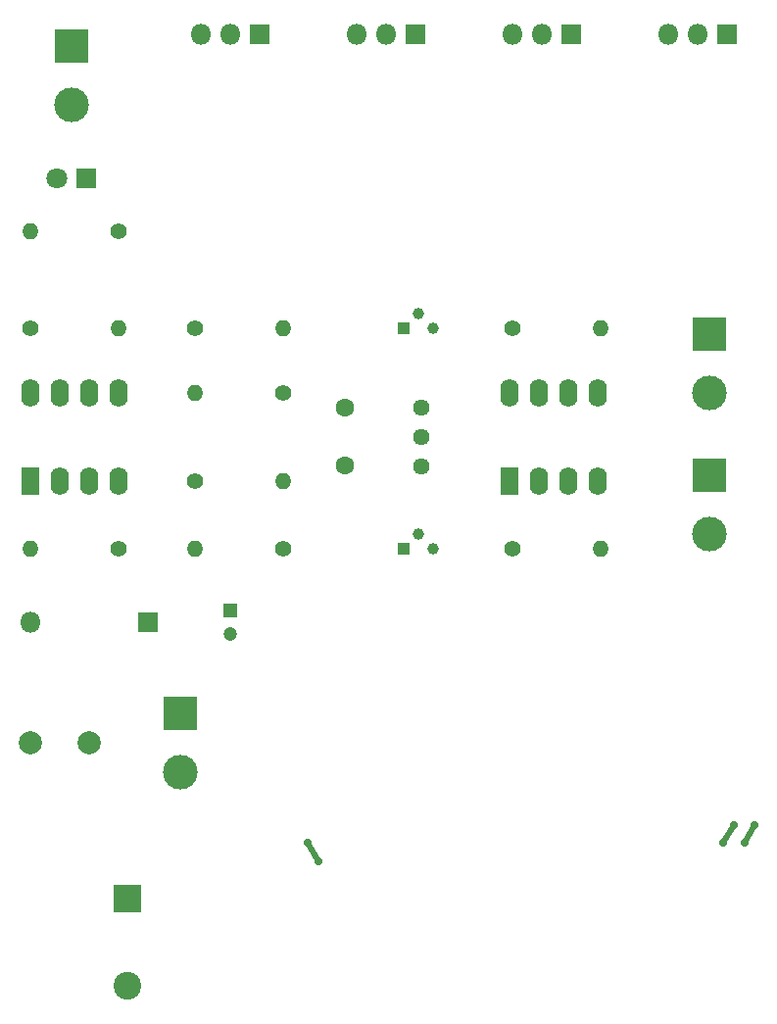
<source format=gbr>
%TF.GenerationSoftware,KiCad,Pcbnew,no-vcs-found-8c7175b~60~ubuntu14.04.1*%
%TF.CreationDate,2017-09-13T01:14:52-03:00*%
%TF.ProjectId,RFIDZapper,524649445A61707065722E6B69636164,rev?*%
%TF.SameCoordinates,Original*%
%TF.FileFunction,Copper,L1,Top,Signal*%
%TF.FilePolarity,Positive*%
%FSLAX46Y46*%
G04 Gerber Fmt 4.6, Leading zero omitted, Abs format (unit mm)*
G04 Created by KiCad (PCBNEW no-vcs-found-8c7175b~60~ubuntu14.04.1) date Wed Sep 13 01:14:52 2017*
%MOMM*%
%LPD*%
G01*
G04 APERTURE LIST*
%TA.AperFunction,EtchedComponent*%
%ADD10C,0.500000*%
%TD*%
%TA.AperFunction,ComponentPad*%
%ADD11C,0.700000*%
%TD*%
%TA.AperFunction,ComponentPad*%
%ADD12R,3.000000X3.000000*%
%TD*%
%TA.AperFunction,ComponentPad*%
%ADD13C,3.000000*%
%TD*%
%TA.AperFunction,ComponentPad*%
%ADD14C,1.600000*%
%TD*%
%TA.AperFunction,ComponentPad*%
%ADD15C,1.200000*%
%TD*%
%TA.AperFunction,ComponentPad*%
%ADD16R,1.200000X1.200000*%
%TD*%
%TA.AperFunction,ComponentPad*%
%ADD17C,2.400000*%
%TD*%
%TA.AperFunction,ComponentPad*%
%ADD18R,2.400000X2.400000*%
%TD*%
%TA.AperFunction,ComponentPad*%
%ADD19R,1.800000X1.800000*%
%TD*%
%TA.AperFunction,ComponentPad*%
%ADD20O,1.800000X1.800000*%
%TD*%
%TA.AperFunction,ComponentPad*%
%ADD21C,1.800000*%
%TD*%
%TA.AperFunction,ComponentPad*%
%ADD22R,1.000000X1.000000*%
%TD*%
%TA.AperFunction,ComponentPad*%
%ADD23C,1.000000*%
%TD*%
%TA.AperFunction,ComponentPad*%
%ADD24C,1.400000*%
%TD*%
%TA.AperFunction,ComponentPad*%
%ADD25O,1.400000X1.400000*%
%TD*%
%TA.AperFunction,ComponentPad*%
%ADD26C,1.440000*%
%TD*%
%TA.AperFunction,ComponentPad*%
%ADD27C,1.998980*%
%TD*%
%TA.AperFunction,ComponentPad*%
%ADD28O,1.600000X2.400000*%
%TD*%
%TA.AperFunction,ComponentPad*%
%ADD29R,1.600000X2.400000*%
%TD*%
G04 APERTURE END LIST*
D10*
%TO.C,AE1*%
X169302000Y-112268000D02*
X170202000Y-113818000D01*
X207902000Y-110718000D02*
X207002000Y-112268000D01*
X206102000Y-110718000D02*
X205202000Y-112268000D01*
%TD*%
D11*
%TO.P,AE1,*%
%TO.N,*%
X207902000Y-110718000D03*
X207002000Y-112268000D03*
X205202000Y-112268000D03*
X206102000Y-110718000D03*
X169302000Y-112268000D03*
X170202000Y-113818000D03*
%TD*%
D12*
%TO.P,BT1,1*%
%TO.N,/VCC*%
X203962000Y-80518000D03*
D13*
%TO.P,BT1,2*%
%TO.N,GNDPWR*%
X203962000Y-85598000D03*
%TD*%
D14*
%TO.P,C1,2*%
%TO.N,GNDPWR*%
X172466000Y-79676000D03*
%TO.P,C1,1*%
%TO.N,/THR*%
X172466000Y-74676000D03*
%TD*%
D15*
%TO.P,C2,2*%
%TO.N,GNDPWR*%
X162560000Y-94202000D03*
D16*
%TO.P,C2,1*%
%TO.N,Net-(C2-Pad1)*%
X162560000Y-92202000D03*
%TD*%
D17*
%TO.P,C3,2*%
%TO.N,GNDPWR*%
X153670000Y-124594000D03*
D18*
%TO.P,C3,1*%
%TO.N,Net-(C3-Pad1)*%
X153670000Y-117094000D03*
%TD*%
D19*
%TO.P,D1,1*%
%TO.N,Net-(D1-Pad1)*%
X165100000Y-42418000D03*
D20*
%TO.P,D1,2*%
%TO.N,C*%
X162560000Y-42418000D03*
%TO.P,D1,3*%
%TO.N,Net-(D1-Pad3)*%
X160020000Y-42418000D03*
%TD*%
D21*
%TO.P,D2,2*%
%TO.N,Net-(D2-Pad2)*%
X147574000Y-54864000D03*
D19*
%TO.P,D2,1*%
%TO.N,GNDPWR*%
X150114000Y-54864000D03*
%TD*%
D20*
%TO.P,D3,2*%
%TO.N,Net-(D3-Pad2)*%
X145288000Y-93218000D03*
D19*
%TO.P,D3,1*%
%TO.N,Net-(C3-Pad1)*%
X155448000Y-93218000D03*
%TD*%
D22*
%TO.P,Q1,1*%
%TO.N,A*%
X177546000Y-86868000D03*
D23*
%TO.P,Q1,3*%
%TO.N,GNDPWR*%
X180086000Y-86868000D03*
%TO.P,Q1,2*%
%TO.N,Net-(Q1-Pad2)*%
X178816000Y-85598000D03*
%TD*%
D20*
%TO.P,Q2,3*%
%TO.N,GNDPWR*%
X173482000Y-42418000D03*
%TO.P,Q2,2*%
%TO.N,Net-(D3-Pad2)*%
X176022000Y-42418000D03*
D19*
%TO.P,Q2,1*%
%TO.N,A*%
X178562000Y-42418000D03*
%TD*%
D22*
%TO.P,Q3,1*%
%TO.N,Net-(Q3-Pad1)*%
X177546000Y-67818000D03*
D23*
%TO.P,Q3,3*%
%TO.N,GNDPWR*%
X180086000Y-67818000D03*
%TO.P,Q3,2*%
%TO.N,Net-(Q3-Pad2)*%
X178816000Y-66548000D03*
%TD*%
D20*
%TO.P,Q4,3*%
%TO.N,/VDD*%
X186944000Y-42418000D03*
%TO.P,Q4,2*%
%TO.N,C*%
X189484000Y-42418000D03*
D19*
%TO.P,Q4,1*%
%TO.N,Net-(Q3-Pad1)*%
X192024000Y-42418000D03*
%TD*%
D24*
%TO.P,R1,1*%
%TO.N,/VDD*%
X186944000Y-67818000D03*
D25*
%TO.P,R1,2*%
%TO.N,/DIS*%
X194564000Y-67818000D03*
%TD*%
D26*
%TO.P,R2,3*%
%TO.N,/DIS*%
X179070000Y-74676000D03*
%TO.P,R2,2*%
%TO.N,/THR*%
X179070000Y-77216000D03*
%TO.P,R2,1*%
X179070000Y-79756000D03*
%TD*%
D25*
%TO.P,R3,2*%
%TO.N,Q*%
X194564000Y-86868000D03*
D24*
%TO.P,R3,1*%
%TO.N,Net-(Q1-Pad2)*%
X186944000Y-86868000D03*
%TD*%
D25*
%TO.P,R4,2*%
%TO.N,A*%
X159512000Y-73406000D03*
D24*
%TO.P,R4,1*%
%TO.N,/VDD*%
X167132000Y-73406000D03*
%TD*%
D25*
%TO.P,R5,2*%
%TO.N,GNDPWR*%
X167132000Y-81026000D03*
D24*
%TO.P,R5,1*%
%TO.N,Net-(C2-Pad1)*%
X159512000Y-81026000D03*
%TD*%
%TO.P,R6,1*%
%TO.N,Net-(D1-Pad1)*%
X152908000Y-59436000D03*
D25*
%TO.P,R6,2*%
%TO.N,Net-(D2-Pad2)*%
X145288000Y-59436000D03*
%TD*%
D24*
%TO.P,R7,1*%
%TO.N,/VDD*%
X145288000Y-67818000D03*
D25*
%TO.P,R7,2*%
%TO.N,Net-(Q3-Pad2)*%
X152908000Y-67818000D03*
%TD*%
D24*
%TO.P,R8,1*%
%TO.N,Net-(C3-Pad1)*%
X167132000Y-86868000D03*
D25*
%TO.P,R8,2*%
%TO.N,B*%
X159512000Y-86868000D03*
%TD*%
%TO.P,R9,2*%
%TO.N,GNDPWR*%
X145288000Y-86868000D03*
D24*
%TO.P,R9,1*%
%TO.N,B*%
X152908000Y-86868000D03*
%TD*%
D25*
%TO.P,R10,2*%
%TO.N,Net-(Q3-Pad1)*%
X167132000Y-67818000D03*
D24*
%TO.P,R10,1*%
%TO.N,/VDD*%
X159512000Y-67818000D03*
%TD*%
D12*
%TO.P,SW_SPST1,1*%
%TO.N,/VCC*%
X203962000Y-68326000D03*
D13*
%TO.P,SW_SPST1,2*%
%TO.N,/VDD*%
X203962000Y-73406000D03*
%TD*%
%TO.P,SW_SPST2,2*%
%TO.N,Net-(D1-Pad3)*%
X148844000Y-48514000D03*
D12*
%TO.P,SW_SPST2,1*%
%TO.N,GNDPWR*%
X148844000Y-43434000D03*
%TD*%
D13*
%TO.P,SW_SPST3,2*%
%TO.N,Net-(AE1-Pad1)*%
X158242000Y-106172000D03*
D12*
%TO.P,SW_SPST3,1*%
%TO.N,Net-(C3-Pad1)*%
X158242000Y-101092000D03*
%TD*%
D19*
%TO.P,U2,1*%
%TO.N,/VDD*%
X205486000Y-42418000D03*
D20*
%TO.P,U2,2*%
%TO.N,GNDPWR*%
X202946000Y-42418000D03*
%TO.P,U2,3*%
%TO.N,Net-(C2-Pad1)*%
X200406000Y-42418000D03*
%TD*%
D27*
%TO.P,L1,2*%
%TO.N,Net-(D3-Pad2)*%
X150368000Y-103632000D03*
%TO.P,L1,1*%
%TO.N,Net-(D1-Pad1)*%
X145288000Y-103632000D03*
%TD*%
D28*
%TO.P,U3,8*%
%TO.N,Net-(U3-Pad8)*%
X145288000Y-73406000D03*
%TO.P,U3,4*%
%TO.N,GNDPWR*%
X152908000Y-81026000D03*
%TO.P,U3,7*%
%TO.N,/VDD*%
X147828000Y-73406000D03*
%TO.P,U3,3*%
%TO.N,Net-(C2-Pad1)*%
X150368000Y-81026000D03*
%TO.P,U3,6*%
%TO.N,Net-(Q3-Pad2)*%
X150368000Y-73406000D03*
%TO.P,U3,2*%
%TO.N,B*%
X147828000Y-81026000D03*
%TO.P,U3,5*%
%TO.N,Net-(U3-Pad5)*%
X152908000Y-73406000D03*
D29*
%TO.P,U3,1*%
%TO.N,Net-(U3-Pad1)*%
X145288000Y-81026000D03*
%TD*%
D28*
%TO.P,U1,8*%
%TO.N,/VDD*%
X186690000Y-73406000D03*
%TO.P,U1,4*%
X194310000Y-81026000D03*
%TO.P,U1,7*%
%TO.N,/DIS*%
X189230000Y-73406000D03*
%TO.P,U1,3*%
%TO.N,Q*%
X191770000Y-81026000D03*
%TO.P,U1,6*%
%TO.N,/THR*%
X191770000Y-73406000D03*
%TO.P,U1,2*%
X189230000Y-81026000D03*
%TO.P,U1,5*%
%TO.N,Net-(U1-Pad5)*%
X194310000Y-73406000D03*
D29*
%TO.P,U1,1*%
%TO.N,GNDPWR*%
X186690000Y-81026000D03*
%TD*%
M02*

</source>
